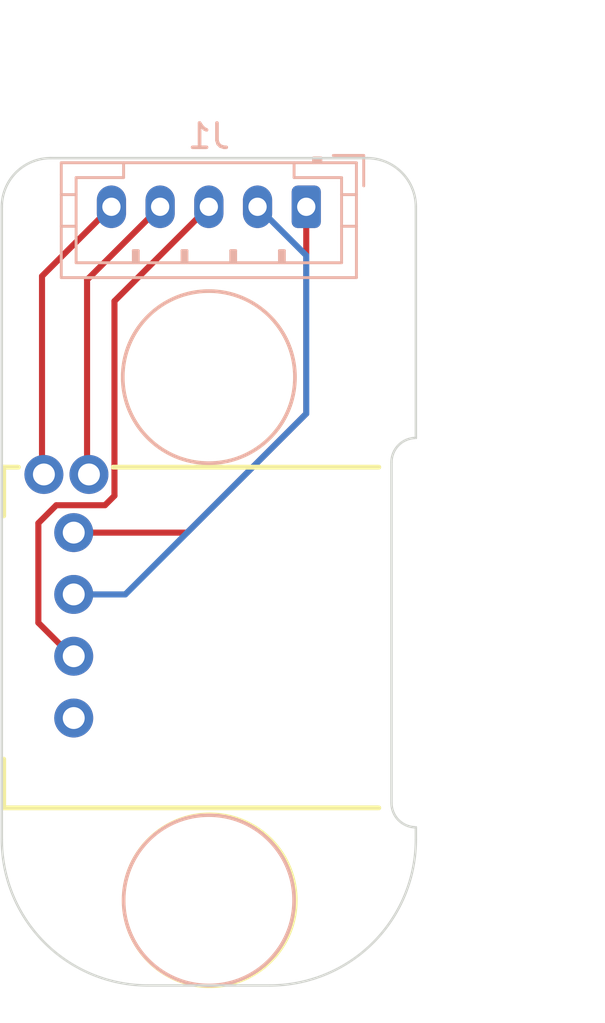
<source format=kicad_pcb>
(kicad_pcb (version 20211014) (generator pcbnew)
  (layers (0 "F.Cu" signal) (31 "B.Cu" signal) (34 "B.Paste" user) (35 "F.Paste" user) (36 "B.SilkS" user "B.Silkscreen") (37 "F.SilkS" user "F.Silkscreen") (38 "B.Mask" user) (39 "F.Mask" user) (44 "Edge.Cuts" user))
  (net 0 "")
  (net 1 "/S1")
  (net 2 "/S2")
  (net 3 "/GND")
  (net 4 "/EA")
  (net 5 "/EB")
  (footprint "MountingHole:MountingHole_3.2mm_M3" (layer "F.Cu") (at 156 84.5)
    (fp_text reference "H2")
    (fp_text value "MountingHole")
    (pad "" np_thru_hole circle (at 0 0) (size 3.2 3.2) (drill 3.2) (layers *.Cu *.Mask))
  )
  (footprint "MountingHole:MountingHole_3.2mm_M3" (layer "F.Cu") (at 156 106)
    (fp_text reference "H1")
    (fp_text value "MountingHole")
    (pad "" np_thru_hole circle (at 0 0) (size 3.2 3.2) (drill 3.2) (layers *.Cu *.Mask))
  )
  (footprint "footprints:RollerEncoder_Panasonic_EVQWGD001" (layer "F.Cu") (at 156.0775 94.7)
    (fp_text reference "SW1")
    (fp_text value "RotaryEncoder_Switch")
    (fp_line (start -8.5 7.5) (end 6.9 7.5) (layer "F.SilkS") (width 0.2))
    (fp_line (start -8.5 5.5) (end -8.5 7.5) (layer "F.SilkS") (width 0.2))
    (fp_line (start 6.9 -6.5) (end -4 -6.5) (layer "F.SilkS") (width 0.2))
    (fp_line (start -7.9 -6.5) (end -8.5 -6.5) (layer "F.SilkS") (width 0.2))
    (fp_line (start -8.5 -6.5) (end -8.5 -4.5) (layer "F.SilkS") (width 0.2))
    (pad "" np_thru_hole circle (at -5.625 6.3) (size 1.5 1.5) (drill 1.5) (layers *.Cu *.Mask))
    (pad "A" thru_hole circle (at -5.625 -3.81) (size 1.6 1.6) (drill 0.9) (layers *.Cu *.Mask) (net 4 "/EA"))
    (pad "B" thru_hole circle (at -5.625 -1.27) (size 1.6 1.6) (drill 0.9) (layers *.Cu *.Mask) (net 5 "/EB"))
    (pad "C" thru_hole circle (at -5.625 1.27) (size 1.6 1.6) (drill 0.9) (layers *.Cu *.Mask) (net 3 "/GND"))
    (pad "NC" thru_hole circle (at -5.625 3.81) (size 1.6 1.6) (drill 0.9) (layers *.Cu *.Mask))
    (pad "S1" thru_hole circle (at -6.85 -6.2) (size 1.6 1.6) (drill 0.9) (layers *.Cu *.Mask) (net 1 "/S1"))
    (pad "S2" thru_hole circle (at -5 -6.2) (size 1.6 1.6) (drill 0.9) (layers *.Cu *.Mask) (net 2 "/S2"))
  )
  (footprint "Connector_JST:JST_PH_B5B-PH-K_1x05_P2.00mm_Vertical" (layer "B.Cu") (at 160 77.5 180)
    (fp_text reference "J1" (at 4 2.9) (layer "B.SilkS") (effects (justify mirror)))
    (fp_text value "ENCODER")
    (fp_line (start -2.06 -0.8) (end -1.45 -0.8) (layer "B.SilkS") (width 0.12))
    (fp_line (start 0.5 1.2) (end -1.45 1.2) (layer "B.SilkS") (width 0.12))
    (fp_line (start -0.3 1.81) (end -0.3 2.01) (layer "B.SilkS") (width 0.12))
    (fp_line (start 3.1 -1.8) (end 3.1 -2.3) (layer "B.SilkS") (width 0.12))
    (fp_line (start -0.6 2.01) (end -0.6 1.81) (layer "B.SilkS") (width 0.12))
    (fp_line (start 5 -2.3) (end 5 -1.8) (layer "B.SilkS") (width 0.12))
    (fp_line (start 0.5 1.81) (end 0.5 1.2) (layer "B.SilkS") (width 0.12))
    (fp_line (start 5.1 -1.8) (end 5.1 -2.3) (layer "B.SilkS") (width 0.12))
    (fp_line (start -1.45 1.2) (end -1.45 -2.3) (layer "B.SilkS") (width 0.12))
    (fp_line (start -2.36 2.11) (end -2.36 0.86) (layer "B.SilkS") (width 0.12))
    (fp_line (start 0.9 -1.8) (end 1.1 -1.8) (layer "B.SilkS") (width 0.12))
    (fp_line (start 1 -2.3) (end 1 -1.8) (layer "B.SilkS") (width 0.12))
    (fp_line (start 9.45 -2.3) (end 9.45 1.2) (layer "B.SilkS") (width 0.12))
    (fp_line (start 4.9 -1.8) (end 5.1 -1.8) (layer "B.SilkS") (width 0.12))
    (fp_line (start -1.45 -2.3) (end 9.45 -2.3) (layer "B.SilkS") (width 0.12))
    (fp_line (start -2.06 0.5) (end -1.45 0.5) (layer "B.SilkS") (width 0.12))
    (fp_line (start 6.9 -1.8) (end 7.1 -1.8) (layer "B.SilkS") (width 0.12))
    (fp_line (start 10.06 -0.8) (end 9.45 -0.8) (layer "B.SilkS") (width 0.12))
    (fp_line (start 0.9 -2.3) (end 0.9 -1.8) (layer "B.SilkS") (width 0.12))
    (fp_line (start -1.11 2.11) (end -2.36 2.11) (layer "B.SilkS") (width 0.12))
    (fp_line (start -2.06 -2.91) (end 10.06 -2.91) (layer "B.SilkS") (width 0.12))
    (fp_line (start -0.3 2.01) (end -0.6 2.01) (layer "B.SilkS") (width 0.12))
    (fp_line (start -2.06 1.81) (end -2.06 -2.91) (layer "B.SilkS") (width 0.12))
    (fp_line (start 2.9 -2.3) (end 2.9 -1.8) (layer "B.SilkS") (width 0.12))
    (fp_line (start 2.9 -1.8) (end 3.1 -1.8) (layer "B.SilkS") (width 0.12))
    (fp_line (start 7 -2.3) (end 7 -1.8) (layer "B.SilkS") (width 0.12))
    (fp_line (start 3 -2.3) (end 3 -1.8) (layer "B.SilkS") (width 0.12))
    (fp_line (start 1.1 -1.8) (end 1.1 -2.3) (layer "B.SilkS") (width 0.12))
    (fp_line (start 7.5 1.2) (end 7.5 1.81) (layer "B.SilkS") (width 0.12))
    (fp_line (start -0.3 1.91) (end -0.6 1.91) (layer "B.SilkS") (width 0.12))
    (fp_line (start 9.45 1.2) (end 7.5 1.2) (layer "B.SilkS") (width 0.12))
    (fp_line (start 10.06 0.5) (end 9.45 0.5) (layer "B.SilkS") (width 0.12))
    (fp_line (start 6.9 -2.3) (end 6.9 -1.8) (layer "B.SilkS") (width 0.12))
    (fp_line (start 10.06 -2.91) (end 10.06 1.81) (layer "B.SilkS") (width 0.12))
    (fp_line (start 10.06 1.81) (end -2.06 1.81) (layer "B.SilkS") (width 0.12))
    (fp_line (start 4.9 -2.3) (end 4.9 -1.8) (layer "B.SilkS") (width 0.12))
    (fp_line (start 7.1 -1.8) (end 7.1 -2.3) (layer "B.SilkS") (width 0.12))
    (pad "1" thru_hole roundrect (at 0 0 180) (size 1.2 1.75) (drill 0.75) (layers *.Cu *.Mask) (roundrect_rratio 0.208333) (net 4 "/EA"))
    (pad "2" thru_hole oval (at 2 0 180) (size 1.2 1.75) (drill 0.75) (layers *.Cu *.Mask) (net 5 "/EB"))
    (pad "3" thru_hole oval (at 4 0 180) (size 1.2 1.75) (drill 0.75) (layers *.Cu *.Mask) (net 3 "/GND"))
    (pad "4" thru_hole oval (at 6 0 180) (size 1.2 1.75) (drill 0.75) (layers *.Cu *.Mask) (net 2 "/S2"))
    (pad "5" thru_hole oval (at 8 0 180) (size 1.2 1.75) (drill 0.75) (layers *.Cu *.Mask) (net 1 "/S1"))
  )
  (gr_circle (center 156 106) (end 152.5 106) (layer "B.SilkS") (width 0.15) (fill none))
  (gr_circle (center 156 84.5) (end 152.5 84) (layer "B.SilkS") (width 0.15) (fill none))
  (gr_circle (center 156.035533 106) (end 159.535533 105.5) (layer "F.SilkS") (width 0.15) (fill none))
  (gr_circle (center 156 84.5) (end 159.5 84) (layer "F.SilkS") (width 0.15) (fill none))
  (gr_line (start 147.5 103.5) (end 147.5 77.5) (layer "Edge.Cuts") (width 0.1))
  (gr_line (start 153.5 109.5) (end 158.5 109.5) (layer "Edge.Cuts") (width 0.1))
  (gr_arc (start 164.5 103) (mid 163.792893 102.707107) (end 163.5 102) (layer "Edge.Cuts") (width 0.1))
  (gr_arc (start 147.5 77.5) (mid 148.085786 76.085786) (end 149.5 75.5) (layer "Edge.Cuts") (width 0.1))
  (gr_line (start 164.5 103) (end 164.5 103.5) (layer "Edge.Cuts") (width 0.1))
  (gr_line (start 163.5 88) (end 163.5 102) (layer "Edge.Cuts") (width 0.1))
  (gr_arc (start 164.5 103.5) (mid 162.742641 107.742641) (end 158.5 109.5) (layer "Edge.Cuts") (width 0.1))
  (gr_arc (start 162.5 75.5) (mid 163.914214 76.085786) (end 164.5 77.5) (layer "Edge.Cuts") (width 0.1))
  (gr_line (start 164.5 77.5) (end 164.5 87) (layer "Edge.Cuts") (width 0.1))
  (gr_arc (start 163.5 88) (mid 163.792893 87.292893) (end 164.5 87) (layer "Edge.Cuts") (width 0.1))
  (gr_line (start 162.5 75.5) (end 149.5 75.5) (layer "Edge.Cuts") (width 0.1))
  (gr_arc (start 153.5 109.5) (mid 149.257359 107.742641) (end 147.5 103.5) (layer "Edge.Cuts") (width 0.1))
  (segment (start 149.15 88.5) (end 149.15 80.35) (width 0.25) (layer "F.Cu") (net 1))
  (segment (start 149.15 80.35) (end 152 77.5) (width 0.25) (layer "F.Cu") (net 1))
  (segment (start 151 80.5) (end 154 77.5) (width 0.25) (layer "F.Cu") (net 2))
  (segment (start 151 88.5) (end 151 80.5) (width 0.25) (layer "F.Cu") (net 2))
  (segment (start 151.735 89.765) (end 152.125 89.375) (width 0.25) (layer "F.Cu") (net 3))
  (segment (start 149.735 89.765) (end 151.735 89.765) (width 0.25) (layer "F.Cu") (net 3))
  (segment (start 149 90.5) (end 149.735 89.765) (width 0.25) (layer "F.Cu") (net 3))
  (segment (start 152.125 89.375) (end 152.125 81.375) (width 0.25) (layer "F.Cu") (net 3))
  (segment (start 150.375 95.97) (end 149 94.595) (width 0.25) (layer "F.Cu") (net 3))
  (segment (start 152.125 81.375) (end 156 77.5) (width 0.25) (layer "F.Cu") (net 3))
  (segment (start 149 94.595) (end 149 90.5) (width 0.25) (layer "F.Cu") (net 3))
  (segment (start 160 77.5) (end 160 86) (width 0.25) (layer "F.Cu") (net 4))
  (segment (start 155.11 90.89) (end 150.375 90.89) (width 0.25) (layer "F.Cu") (net 4))
  (segment (start 160 86) (end 155.11 90.89) (width 0.25) (layer "F.Cu") (net 4))
  (segment (start 152.57 93.43) (end 150.375 93.43) (width 0.25) (layer "B.Cu") (net 5))
  (segment (start 158 77.5) (end 160 79.5) (width 0.25) (layer "B.Cu") (net 5))
  (segment (start 160 79.5) (end 160 86) (width 0.25) (layer "B.Cu") (net 5))
  (segment (start 160 86) (end 152.57 93.43) (width 0.25) (layer "B.Cu") (net 5))
)
</source>
